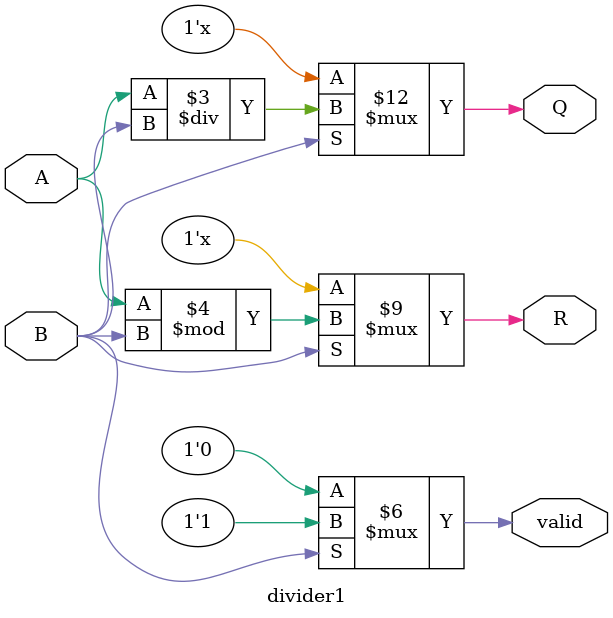
<source format=v>
module divider1 #(parameter BITWIDTH = 1) (A, B, Q, R, valid);

    // Input and Output Declarations
    input [BITWIDTH-1:0] A;       // A is the dividend
    input [BITWIDTH-1:0] B;       // B is the divisor
    output reg [BITWIDTH-1:0] Q;   // Q is the quotient
    output reg [BITWIDTH-1:0] R;   // R is the remainder
    output reg valid;               // Valid signal to indicate division is successful

    // Division Process
    always @* begin
        if (B == 0) begin
            Q = {BITWIDTH{1'bx}};   // Undefined if divisor is zero
            R = {BITWIDTH{1'bx}};   // Undefined if divisor is zero
            valid = 0;              // Invalid operation
        end else begin
            Q = A / B;              // Calculate the quotient
            R = A % B;              // Calculate the remainder
            valid = 1;              // Division is valid
        end
    end

endmodule
</source>
